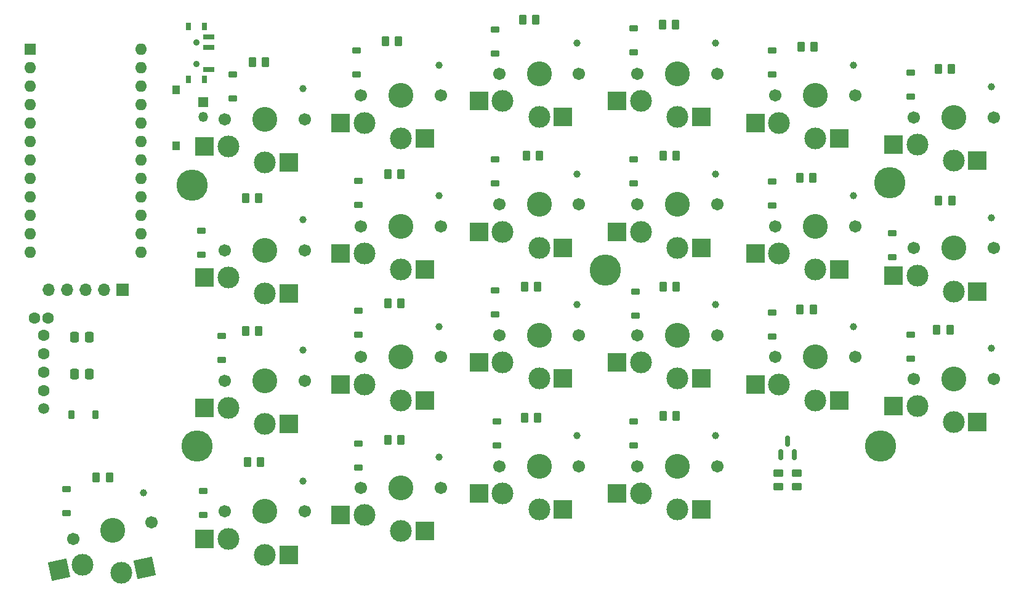
<source format=gbs>
%TF.GenerationSoftware,KiCad,Pcbnew,7.0.5-0*%
%TF.CreationDate,2023-09-10T21:20:09+09:30*%
%TF.ProjectId,Rolio,526f6c69-6f2e-46b6-9963-61645f706362,rev?*%
%TF.SameCoordinates,Original*%
%TF.FileFunction,Soldermask,Bot*%
%TF.FilePolarity,Negative*%
%FSLAX46Y46*%
G04 Gerber Fmt 4.6, Leading zero omitted, Abs format (unit mm)*
G04 Created by KiCad (PCBNEW 7.0.5-0) date 2023-09-10 21:20:09*
%MOMM*%
%LPD*%
G01*
G04 APERTURE LIST*
G04 Aperture macros list*
%AMRoundRect*
0 Rectangle with rounded corners*
0 $1 Rounding radius*
0 $2 $3 $4 $5 $6 $7 $8 $9 X,Y pos of 4 corners*
0 Add a 4 corners polygon primitive as box body*
4,1,4,$2,$3,$4,$5,$6,$7,$8,$9,$2,$3,0*
0 Add four circle primitives for the rounded corners*
1,1,$1+$1,$2,$3*
1,1,$1+$1,$4,$5*
1,1,$1+$1,$6,$7*
1,1,$1+$1,$8,$9*
0 Add four rect primitives between the rounded corners*
20,1,$1+$1,$2,$3,$4,$5,0*
20,1,$1+$1,$4,$5,$6,$7,0*
20,1,$1+$1,$6,$7,$8,$9,0*
20,1,$1+$1,$8,$9,$2,$3,0*%
%AMRotRect*
0 Rectangle, with rotation*
0 The origin of the aperture is its center*
0 $1 length*
0 $2 width*
0 $3 Rotation angle, in degrees counterclockwise*
0 Add horizontal line*
21,1,$1,$2,0,0,$3*%
G04 Aperture macros list end*
%ADD10C,1.701800*%
%ADD11C,3.000000*%
%ADD12C,3.429000*%
%ADD13C,0.990600*%
%ADD14R,2.600000X2.600000*%
%ADD15C,4.300000*%
%ADD16R,1.700000X1.700000*%
%ADD17O,1.700000X1.700000*%
%ADD18C,1.500000*%
%ADD19C,1.600000*%
%ADD20R,1.600000X1.600000*%
%ADD21O,1.600000X1.600000*%
%ADD22RotRect,2.600000X2.600000X12.000000*%
%ADD23R,1.350000X1.350000*%
%ADD24O,1.350000X1.350000*%
%ADD25RoundRect,0.250000X0.262500X0.450000X-0.262500X0.450000X-0.262500X-0.450000X0.262500X-0.450000X0*%
%ADD26RoundRect,0.225000X-0.375000X0.225000X-0.375000X-0.225000X0.375000X-0.225000X0.375000X0.225000X0*%
%ADD27RoundRect,0.250000X0.337500X0.475000X-0.337500X0.475000X-0.337500X-0.475000X0.337500X-0.475000X0*%
%ADD28RoundRect,0.250000X0.450000X-0.262500X0.450000X0.262500X-0.450000X0.262500X-0.450000X-0.262500X0*%
%ADD29R,0.800000X1.000000*%
%ADD30C,0.900000*%
%ADD31R,1.500000X0.700000*%
%ADD32RoundRect,0.250000X-0.337500X-0.475000X0.337500X-0.475000X0.337500X0.475000X-0.337500X0.475000X0*%
%ADD33R,1.000000X1.250000*%
%ADD34RoundRect,0.225000X0.225000X0.375000X-0.225000X0.375000X-0.225000X-0.375000X0.225000X-0.375000X0*%
%ADD35RoundRect,0.150000X0.150000X-0.587500X0.150000X0.587500X-0.150000X0.587500X-0.150000X-0.587500X0*%
G04 APERTURE END LIST*
D10*
X154320000Y-46530000D03*
D11*
X154820000Y-50280000D03*
D12*
X159820000Y-46530000D03*
D11*
X159820000Y-52480000D03*
D13*
X165040000Y-42330000D03*
D10*
X165320000Y-46530000D03*
D14*
X163095000Y-52480000D03*
X151545000Y-50280000D03*
D10*
X116320000Y-97530000D03*
D11*
X116820000Y-101280000D03*
D12*
X121820000Y-97530000D03*
D11*
X121820000Y-103480000D03*
D13*
X127040000Y-93330000D03*
D10*
X127320000Y-97530000D03*
D14*
X125095000Y-103480000D03*
X113545000Y-101280000D03*
D10*
X135320000Y-97530000D03*
D11*
X135820000Y-101280000D03*
D12*
X140820000Y-97530000D03*
D11*
X140820000Y-103480000D03*
D13*
X146040000Y-93330000D03*
D10*
X146320000Y-97530000D03*
D14*
X144095000Y-103480000D03*
X132545000Y-101280000D03*
D15*
X168797500Y-94778000D03*
D10*
X135320000Y-61530000D03*
D11*
X135820000Y-65280000D03*
D12*
X140820000Y-61530000D03*
D11*
X140820000Y-67480000D03*
D13*
X146040000Y-57330000D03*
D10*
X146320000Y-61530000D03*
D14*
X144095000Y-67480000D03*
X132545000Y-65280000D03*
D10*
X154320000Y-64530000D03*
D11*
X154820000Y-68280000D03*
D12*
X159820000Y-64530000D03*
D11*
X159820000Y-70480000D03*
D13*
X165040000Y-60330000D03*
D10*
X165320000Y-64530000D03*
D14*
X163095000Y-70480000D03*
X151545000Y-68280000D03*
D16*
X64547500Y-73280000D03*
D17*
X62007500Y-73280000D03*
X59467500Y-73280000D03*
X56927500Y-73280000D03*
X54387500Y-73280000D03*
D10*
X78600000Y-49780000D03*
D11*
X79100000Y-53530000D03*
D12*
X84100000Y-49780000D03*
D11*
X84100000Y-55730000D03*
D13*
X89320000Y-45580000D03*
D10*
X89600000Y-49780000D03*
D14*
X87375000Y-55730000D03*
X75825000Y-53530000D03*
D18*
X53697500Y-89630000D03*
D19*
X53697500Y-79520000D03*
X53697500Y-82060000D03*
X53697500Y-84600000D03*
X53697500Y-87140000D03*
X52472500Y-77130000D03*
X54322500Y-77130000D03*
D10*
X173320000Y-85530000D03*
D11*
X173820000Y-89280000D03*
D12*
X178820000Y-85530000D03*
D11*
X178820000Y-91480000D03*
D13*
X184040000Y-81330000D03*
D10*
X184320000Y-85530000D03*
D14*
X182095000Y-91480000D03*
X170545000Y-89280000D03*
D10*
X116320000Y-61530000D03*
D11*
X116820000Y-65280000D03*
D12*
X121820000Y-61530000D03*
D11*
X121820000Y-67480000D03*
D13*
X127040000Y-57330000D03*
D10*
X127320000Y-61530000D03*
D14*
X125095000Y-67480000D03*
X113545000Y-65280000D03*
D15*
X74747500Y-94784000D03*
D10*
X97320000Y-82530000D03*
D11*
X97820000Y-86280000D03*
D12*
X102820000Y-82530000D03*
D11*
X102820000Y-88480000D03*
D13*
X108040000Y-78330000D03*
D10*
X108320000Y-82530000D03*
D14*
X106095000Y-88480000D03*
X94545000Y-86280000D03*
D10*
X116320000Y-79530000D03*
D11*
X116820000Y-83280000D03*
D12*
X121820000Y-79530000D03*
D11*
X121820000Y-85480000D03*
D13*
X127040000Y-75330000D03*
D10*
X127320000Y-79530000D03*
D14*
X125095000Y-85480000D03*
X113545000Y-83280000D03*
D15*
X74109500Y-58840000D03*
D10*
X97320000Y-46530000D03*
D11*
X97820000Y-50280000D03*
D12*
X102820000Y-46530000D03*
D11*
X102820000Y-52480000D03*
D13*
X108040000Y-42330000D03*
D10*
X108320000Y-46530000D03*
D14*
X106095000Y-52480000D03*
X94545000Y-50280000D03*
D15*
X170032500Y-58572000D03*
D20*
X51847500Y-40170000D03*
D21*
X51847500Y-42710000D03*
X51847500Y-45250000D03*
X51847500Y-47790000D03*
X51847500Y-50330000D03*
X51847500Y-52870000D03*
X51847500Y-55410000D03*
X51847500Y-57950000D03*
X51847500Y-60490000D03*
X51847500Y-63030000D03*
X51847500Y-65570000D03*
X51847500Y-68110000D03*
X67087500Y-68110000D03*
X67087500Y-65570000D03*
X67087500Y-63030000D03*
X67087500Y-60490000D03*
X67087500Y-57950000D03*
X67087500Y-55410000D03*
X67087500Y-52870000D03*
X67087500Y-50330000D03*
X67087500Y-47790000D03*
X67087500Y-45250000D03*
X67087500Y-42710000D03*
X67087500Y-40170000D03*
D10*
X173320000Y-67530000D03*
D11*
X173820000Y-71280000D03*
D12*
X178820000Y-67530000D03*
D11*
X178820000Y-73480000D03*
D13*
X184040000Y-63330000D03*
D10*
X184320000Y-67530000D03*
D14*
X182095000Y-73480000D03*
X170545000Y-71280000D03*
D10*
X173320000Y-49530000D03*
D11*
X173820000Y-53280000D03*
D12*
X178820000Y-49530000D03*
D11*
X178820000Y-55480000D03*
D13*
X184040000Y-45330000D03*
D10*
X184320000Y-49530000D03*
D14*
X182095000Y-55480000D03*
X170545000Y-53280000D03*
D15*
X130962000Y-70526000D03*
D10*
X78600000Y-85780000D03*
D11*
X79100000Y-89530000D03*
D12*
X84100000Y-85780000D03*
D11*
X84100000Y-91730000D03*
D13*
X89320000Y-81580000D03*
D10*
X89600000Y-85780000D03*
D14*
X87375000Y-91730000D03*
X75825000Y-89530000D03*
D10*
X116320000Y-43530000D03*
D11*
X116820000Y-47280000D03*
D12*
X121820000Y-43530000D03*
D11*
X121820000Y-49480000D03*
D13*
X127040000Y-39330000D03*
D10*
X127320000Y-43530000D03*
D14*
X125095000Y-49480000D03*
X113545000Y-47280000D03*
D10*
X57780568Y-107547989D03*
D11*
X59049311Y-111112087D03*
D12*
X63160380Y-106404475D03*
D11*
X64397455Y-112224453D03*
D13*
X67393081Y-101210956D03*
D10*
X68540192Y-105260961D03*
D22*
X67600888Y-111543542D03*
X55845877Y-111792998D03*
D10*
X78600000Y-67825000D03*
D11*
X79100000Y-71575000D03*
D12*
X84100000Y-67825000D03*
D11*
X84100000Y-73775000D03*
D13*
X89320000Y-63625000D03*
D10*
X89600000Y-67825000D03*
D14*
X87375000Y-73775000D03*
X75825000Y-71575000D03*
D10*
X135320000Y-79530000D03*
D11*
X135820000Y-83280000D03*
D12*
X140820000Y-79530000D03*
D11*
X140820000Y-85480000D03*
D13*
X146040000Y-75330000D03*
D10*
X146320000Y-79530000D03*
D14*
X144095000Y-85480000D03*
X132545000Y-83280000D03*
D23*
X75673500Y-47460000D03*
D24*
X75673500Y-49460000D03*
D10*
X97320000Y-64530000D03*
D11*
X97820000Y-68280000D03*
D12*
X102820000Y-64530000D03*
D11*
X102820000Y-70480000D03*
D13*
X108040000Y-60330000D03*
D10*
X108320000Y-64530000D03*
D14*
X106095000Y-70480000D03*
X94545000Y-68280000D03*
D10*
X135320000Y-43530000D03*
D11*
X135820000Y-47280000D03*
D12*
X140820000Y-43530000D03*
D11*
X140820000Y-49480000D03*
D13*
X146040000Y-39330000D03*
D10*
X146320000Y-43530000D03*
D14*
X144095000Y-49480000D03*
X132545000Y-47280000D03*
D10*
X97320000Y-100530000D03*
D11*
X97820000Y-104280000D03*
D12*
X102820000Y-100530000D03*
D11*
X102820000Y-106480000D03*
D13*
X108040000Y-96330000D03*
D10*
X108320000Y-100530000D03*
D14*
X106095000Y-106480000D03*
X94545000Y-104280000D03*
D10*
X154320000Y-82530000D03*
D11*
X154820000Y-86280000D03*
D12*
X159820000Y-82530000D03*
D11*
X159820000Y-88480000D03*
D13*
X165040000Y-78330000D03*
D10*
X165320000Y-82530000D03*
D14*
X163095000Y-88480000D03*
X151545000Y-86280000D03*
D10*
X78600000Y-103780000D03*
D11*
X79100000Y-107530000D03*
D12*
X84100000Y-103780000D03*
D11*
X84100000Y-109730000D03*
D13*
X89320000Y-99580000D03*
D10*
X89600000Y-103780000D03*
D14*
X87375000Y-109730000D03*
X75825000Y-107530000D03*
D25*
X178543500Y-42888000D03*
X176718500Y-42888000D03*
D26*
X153905500Y-76416000D03*
X153905500Y-79716000D03*
D27*
X59987000Y-84836000D03*
X57912000Y-84836000D03*
D26*
X134855500Y-55334000D03*
X134855500Y-58634000D03*
X78213500Y-79592000D03*
X78213500Y-82892000D03*
D25*
X140697500Y-54826000D03*
X138872500Y-54826000D03*
D26*
X79737500Y-43650000D03*
X79737500Y-46950000D03*
D25*
X102851500Y-57366000D03*
X101026500Y-57366000D03*
D26*
X170415500Y-65496000D03*
X170415500Y-68796000D03*
X97009500Y-76162500D03*
X97009500Y-79462500D03*
D28*
X154733500Y-100339000D03*
X154733500Y-98514000D03*
D25*
X62738000Y-99060000D03*
X60913000Y-99060000D03*
D26*
X115805500Y-73368000D03*
X115805500Y-76668000D03*
D25*
X140697500Y-72860000D03*
X138872500Y-72860000D03*
X159512000Y-75946000D03*
X157687000Y-75946000D03*
X178562000Y-60960000D03*
X176737000Y-60960000D03*
D26*
X115805500Y-37428000D03*
X115805500Y-40728000D03*
D25*
X121647500Y-90894000D03*
X119822500Y-90894000D03*
D28*
X157273500Y-100339000D03*
X157273500Y-98514000D03*
D26*
X97009500Y-94454000D03*
X97009500Y-97754000D03*
X116059500Y-91402000D03*
X116059500Y-94702000D03*
X153905500Y-58382000D03*
X153905500Y-61682000D03*
X75419500Y-65114000D03*
X75419500Y-68414000D03*
D29*
X73566500Y-44348000D03*
X75776500Y-44348000D03*
D30*
X74666500Y-42198000D03*
X74666500Y-39198000D03*
D29*
X73566500Y-37048000D03*
X75776500Y-37048000D03*
D31*
X76426500Y-42948000D03*
X76426500Y-39948000D03*
X76426500Y-38448000D03*
D25*
X178308000Y-78740000D03*
X176483000Y-78740000D03*
D26*
X56877500Y-100674000D03*
X56877500Y-103974000D03*
D25*
X140594000Y-36792000D03*
X138769000Y-36792000D03*
D26*
X134855500Y-91402000D03*
X134855500Y-94702000D03*
X134855500Y-37300000D03*
X134855500Y-40600000D03*
D25*
X102512500Y-39078000D03*
X100687500Y-39078000D03*
D32*
X57913000Y-79756000D03*
X59988000Y-79756000D03*
D33*
X71931500Y-53472000D03*
X71931500Y-45722000D03*
D26*
X96755500Y-40348000D03*
X96755500Y-43648000D03*
X97009500Y-58256000D03*
X97009500Y-61556000D03*
D25*
X121901500Y-54826000D03*
X120076500Y-54826000D03*
D26*
X172955500Y-79464000D03*
X172955500Y-82764000D03*
D25*
X83293500Y-78956000D03*
X81468500Y-78956000D03*
X83547500Y-96990000D03*
X81722500Y-96990000D03*
D26*
X153905500Y-40348000D03*
X153905500Y-43648000D03*
D25*
X159644000Y-39840000D03*
X157819000Y-39840000D03*
D26*
X172955500Y-43396000D03*
X172955500Y-46696000D03*
X115805500Y-55334000D03*
X115805500Y-58634000D03*
D25*
X140697500Y-90640000D03*
X138872500Y-90640000D03*
D34*
X60832000Y-90424000D03*
X57532000Y-90424000D03*
D35*
X156953500Y-95974000D03*
X155053500Y-95974000D03*
X156003500Y-94099000D03*
D25*
X102851500Y-93942000D03*
X101026500Y-93942000D03*
D26*
X75673500Y-100928000D03*
X75673500Y-104228000D03*
D25*
X121393500Y-36068000D03*
X119568500Y-36068000D03*
D26*
X135109500Y-73496000D03*
X135109500Y-76796000D03*
D25*
X121647500Y-72860000D03*
X119822500Y-72860000D03*
X102851500Y-75146000D03*
X101026500Y-75146000D03*
X83293500Y-60668000D03*
X81468500Y-60668000D03*
X84224500Y-41910000D03*
X82399500Y-41910000D03*
X159493500Y-57874000D03*
X157668500Y-57874000D03*
M02*

</source>
